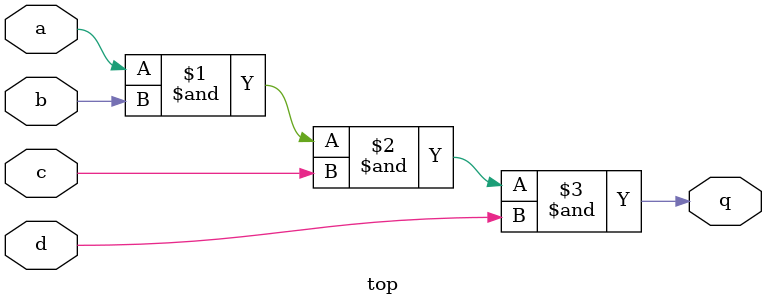
<source format=v>
module top(input a, input b, input c, input d, output q);
assign q = a & b & c & d;
endmodule

</source>
